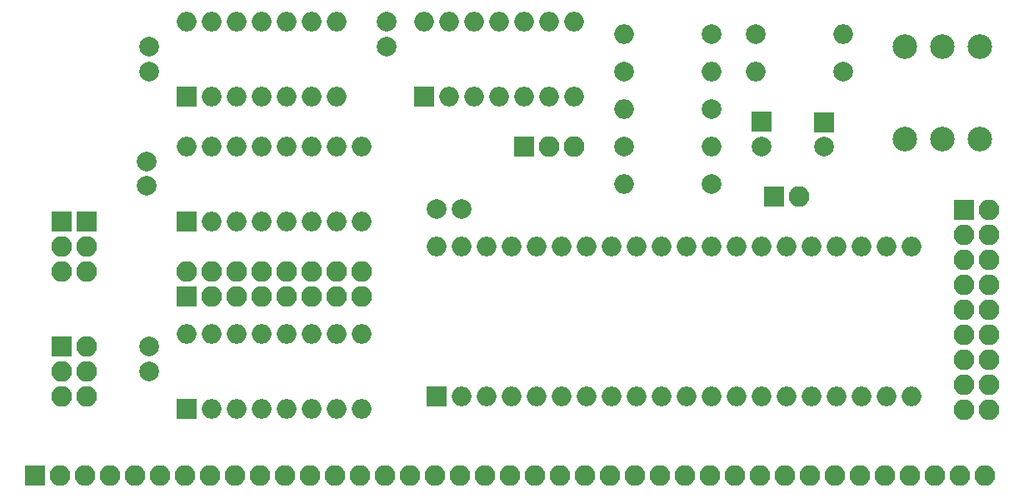
<source format=gts>
%TF.GenerationSoftware,KiCad,Pcbnew,4.0.6*%
%TF.CreationDate,2017-05-13T23:18:27+01:00*%
%TF.ProjectId,rc2014-ym2149,7263323031342D796D323134392E6B69,3*%
%TF.FileFunction,Soldermask,Top*%
%FSLAX46Y46*%
G04 Gerber Fmt 4.6, Leading zero omitted, Abs format (unit mm)*
G04 Created by KiCad (PCBNEW 4.0.6) date Sat May 13 23:18:27 2017*
%MOMM*%
%LPD*%
G01*
G04 APERTURE LIST*
%ADD10C,0.100000*%
%ADD11R,2.100000X2.100000*%
%ADD12O,2.100000X2.100000*%
%ADD13C,2.000000*%
%ADD14R,2.000000X2.000000*%
%ADD15O,2.000000X2.000000*%
%ADD16C,2.500000*%
G04 APERTURE END LIST*
D10*
D11*
X156460000Y-135960000D03*
D12*
X159000000Y-135960000D03*
X156460000Y-138500000D03*
X159000000Y-138500000D03*
X156460000Y-141040000D03*
X159000000Y-141040000D03*
X156460000Y-143580000D03*
X159000000Y-143580000D03*
X156460000Y-146120000D03*
X159000000Y-146120000D03*
X156460000Y-148660000D03*
X159000000Y-148660000D03*
X156460000Y-151200000D03*
X159000000Y-151200000D03*
X156460000Y-153740000D03*
X159000000Y-153740000D03*
X156460000Y-156280000D03*
X159000000Y-156280000D03*
D13*
X73340346Y-131027070D03*
X73340346Y-133527070D03*
D14*
X77470000Y-156210000D03*
D15*
X95250000Y-148590000D03*
X80010000Y-156210000D03*
X92710000Y-148590000D03*
X82550000Y-156210000D03*
X90170000Y-148590000D03*
X85090000Y-156210000D03*
X87630000Y-148590000D03*
X87630000Y-156210000D03*
X85090000Y-148590000D03*
X90170000Y-156210000D03*
X82550000Y-148590000D03*
X92710000Y-156210000D03*
X80010000Y-148590000D03*
X95250000Y-156210000D03*
X77470000Y-148590000D03*
D14*
X77470000Y-137160000D03*
D15*
X95250000Y-129540000D03*
X80010000Y-137160000D03*
X92710000Y-129540000D03*
X82550000Y-137160000D03*
X90170000Y-129540000D03*
X85090000Y-137160000D03*
X87630000Y-129540000D03*
X87630000Y-137160000D03*
X85090000Y-129540000D03*
X90170000Y-137160000D03*
X82550000Y-129540000D03*
X92710000Y-137160000D03*
X80010000Y-129540000D03*
X95250000Y-137160000D03*
X77470000Y-129540000D03*
D14*
X102829360Y-154929840D03*
D15*
X151089360Y-139689840D03*
X105369360Y-154929840D03*
X148549360Y-139689840D03*
X107909360Y-154929840D03*
X146009360Y-139689840D03*
X110449360Y-154929840D03*
X143469360Y-139689840D03*
X112989360Y-154929840D03*
X140929360Y-139689840D03*
X115529360Y-154929840D03*
X138389360Y-139689840D03*
X118069360Y-154929840D03*
X135849360Y-139689840D03*
X120609360Y-154929840D03*
X133309360Y-139689840D03*
X123149360Y-154929840D03*
X130769360Y-139689840D03*
X125689360Y-154929840D03*
X128229360Y-139689840D03*
X128229360Y-154929840D03*
X125689360Y-139689840D03*
X130769360Y-154929840D03*
X123149360Y-139689840D03*
X133309360Y-154929840D03*
X120609360Y-139689840D03*
X135849360Y-154929840D03*
X118069360Y-139689840D03*
X138389360Y-154929840D03*
X115529360Y-139689840D03*
X140929360Y-154929840D03*
X112989360Y-139689840D03*
X143469360Y-154929840D03*
X110449360Y-139689840D03*
X146009360Y-154929840D03*
X107909360Y-139689840D03*
X148549360Y-154929840D03*
X105369360Y-139689840D03*
X151089360Y-154929840D03*
X102829360Y-139689840D03*
D14*
X101600000Y-124460000D03*
D15*
X116840000Y-116840000D03*
X104140000Y-124460000D03*
X114300000Y-116840000D03*
X106680000Y-124460000D03*
X111760000Y-116840000D03*
X109220000Y-124460000D03*
X109220000Y-116840000D03*
X111760000Y-124460000D03*
X106680000Y-116840000D03*
X114300000Y-124460000D03*
X104140000Y-116840000D03*
X116840000Y-124460000D03*
X101600000Y-116840000D03*
D13*
X102870000Y-135890000D03*
X105370000Y-135890000D03*
D14*
X135890000Y-127000000D03*
D13*
X135890000Y-129500000D03*
D14*
X142240000Y-127040000D03*
D13*
X142240000Y-129540000D03*
D11*
X137160000Y-134620000D03*
D12*
X139700000Y-134620000D03*
D14*
X77470000Y-124460000D03*
D15*
X92710000Y-116840000D03*
X80010000Y-124460000D03*
X90170000Y-116840000D03*
X82550000Y-124460000D03*
X87630000Y-116840000D03*
X85090000Y-124460000D03*
X85090000Y-116840000D03*
X87630000Y-124460000D03*
X82550000Y-116840000D03*
X90170000Y-124460000D03*
X80010000Y-116840000D03*
X92710000Y-124460000D03*
X77470000Y-116840000D03*
D13*
X73660000Y-149860000D03*
X73660000Y-152360000D03*
X97790000Y-116840000D03*
X97790000Y-119340000D03*
X73660000Y-119380000D03*
X73660000Y-121880000D03*
D11*
X111760000Y-129540000D03*
D12*
X114300000Y-129540000D03*
X116840000Y-129540000D03*
D11*
X64770000Y-149860000D03*
D12*
X67310000Y-149860000D03*
X64770000Y-152400000D03*
X67310000Y-152400000D03*
X64770000Y-154940000D03*
X67310000Y-154940000D03*
D11*
X77470000Y-144780000D03*
D12*
X77470000Y-142240000D03*
X80010000Y-144780000D03*
X80010000Y-142240000D03*
X82550000Y-144780000D03*
X82550000Y-142240000D03*
X85090000Y-144780000D03*
X85090000Y-142240000D03*
X87630000Y-144780000D03*
X87630000Y-142240000D03*
X90170000Y-144780000D03*
X90170000Y-142240000D03*
X92710000Y-144780000D03*
X92710000Y-142240000D03*
X95250000Y-144780000D03*
X95250000Y-142240000D03*
D11*
X67310000Y-137160000D03*
D12*
X67310000Y-139700000D03*
X67310000Y-142240000D03*
D11*
X64770000Y-137160000D03*
D12*
X64770000Y-139700000D03*
X64770000Y-142240000D03*
D11*
X62000000Y-163000000D03*
D12*
X64540000Y-163000000D03*
X67080000Y-163000000D03*
X69620000Y-163000000D03*
X72160000Y-163000000D03*
X74700000Y-163000000D03*
X77240000Y-163000000D03*
X79780000Y-163000000D03*
X82320000Y-163000000D03*
X84860000Y-163000000D03*
X87400000Y-163000000D03*
X89940000Y-163000000D03*
X92480000Y-163000000D03*
X95020000Y-163000000D03*
X97560000Y-163000000D03*
X100100000Y-163000000D03*
X102640000Y-163000000D03*
X105180000Y-163000000D03*
X107720000Y-163000000D03*
X110260000Y-163000000D03*
X112800000Y-163000000D03*
X115340000Y-163000000D03*
X117880000Y-163000000D03*
X120420000Y-163000000D03*
X122960000Y-163000000D03*
X125500000Y-163000000D03*
X128040000Y-163000000D03*
X130580000Y-163000000D03*
X133120000Y-163000000D03*
X135660000Y-163000000D03*
X138200000Y-163000000D03*
X140740000Y-163000000D03*
X143280000Y-163000000D03*
X145820000Y-163000000D03*
X148360000Y-163000000D03*
X150900000Y-163000000D03*
X153440000Y-163000000D03*
X155980000Y-163000000D03*
X158520000Y-163000000D03*
D16*
X150400000Y-119380000D03*
X154200000Y-119380000D03*
X158000000Y-119380000D03*
X158000000Y-128780000D03*
X154200000Y-128780000D03*
X150400000Y-128780000D03*
D13*
X121920000Y-121920000D03*
D15*
X130810000Y-121920000D03*
D13*
X135255000Y-118110000D03*
D15*
X144145000Y-118110000D03*
D13*
X121920000Y-129540000D03*
D15*
X130810000Y-129540000D03*
D13*
X130810000Y-133350000D03*
D15*
X121920000Y-133350000D03*
D13*
X144145000Y-121920000D03*
D15*
X135255000Y-121920000D03*
D13*
X130810000Y-125730000D03*
D15*
X121920000Y-125730000D03*
D13*
X130810000Y-118110000D03*
D15*
X121920000Y-118110000D03*
M02*

</source>
